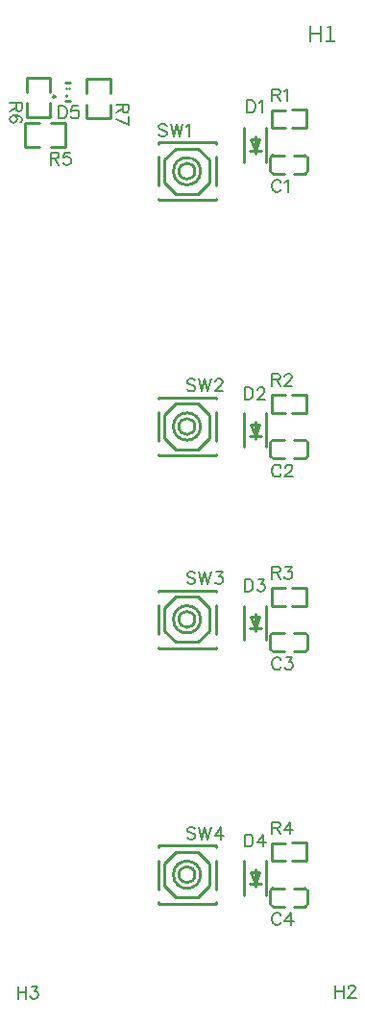
<source format=gto>
G04 Layer: TopSilkLayer*
G04 EasyEDA v6.3.41, 2020-05-07T17:32:53--4:00*
G04 d717aee7dc5049f39d0e7fcf31ef931a,7404d47bf86b4b15bb797b085195da26,10*
G04 Gerber Generator version 0.2*
G04 Scale: 100 percent, Rotated: No, Reflected: No *
G04 Dimensions in millimeters *
G04 leading zeros omitted , absolute positions ,3 integer and 3 decimal *
%FSLAX33Y33*%
%MOMM*%
G90*
G71D02*

%ADD10C,0.254000*%
%ADD22C,0.152400*%

%LPD*%
G54D10*
G01X3919Y83000D02*
G01X3919Y84250D01*
G01X1880Y83000D02*
G01X1880Y84250D01*
G01X3919Y82000D02*
G01X3919Y80750D01*
G01X1880Y82000D02*
G01X1880Y80750D01*
G01X3919Y84250D02*
G01X1880Y84250D01*
G01X3919Y80750D02*
G01X1880Y80750D01*
G01X5318Y83799D02*
G01X5681Y83799D01*
G01X5681Y82199D02*
G01X5318Y82199D01*
G01X5370Y83329D02*
G01X5370Y83329D01*
G01X5370Y83319D01*
G01X5370Y83319D01*
G01X5370Y83329D01*
G01X5630Y83339D02*
G01X5630Y83339D01*
G01X5630Y83329D01*
G01X5630Y83329D01*
G01X5630Y83339D01*
G01X5370Y82669D02*
G01X5370Y82669D01*
G01X5370Y82659D01*
G01X5370Y82659D01*
G01X5370Y82669D01*
G01X2999Y80220D02*
G01X1749Y80220D01*
G01X2999Y78180D02*
G01X1749Y78180D01*
G01X3999Y80220D02*
G01X5250Y80220D01*
G01X3999Y78180D02*
G01X5250Y78180D01*
G01X1749Y80220D02*
G01X1749Y78180D01*
G01X5250Y80220D02*
G01X5250Y78180D01*
G01X9219Y82900D02*
G01X9219Y84150D01*
G01X7180Y82900D02*
G01X7180Y84150D01*
G01X9219Y81900D02*
G01X9219Y80650D01*
G01X7180Y81900D02*
G01X7180Y80650D01*
G01X9219Y84150D02*
G01X7180Y84150D01*
G01X9219Y80650D02*
G01X7180Y80650D01*
G01X22000Y77792D02*
G01X21593Y78808D01*
G01X21593Y78808D02*
G01X22406Y78808D01*
G01X22406Y78808D02*
G01X22000Y77792D01*
G01X21000Y76800D02*
G01X21000Y79800D01*
G01X23000Y76800D02*
G01X23000Y79800D01*
G01X21492Y77792D02*
G01X22508Y77792D01*
G01X22000Y77538D02*
G01X22000Y79062D01*
G01X22000Y52692D02*
G01X21593Y53708D01*
G01X21593Y53708D02*
G01X22406Y53708D01*
G01X22406Y53708D02*
G01X22000Y52692D01*
G01X21000Y51700D02*
G01X21000Y54700D01*
G01X23000Y51700D02*
G01X23000Y54700D01*
G01X21492Y52692D02*
G01X22508Y52692D01*
G01X22000Y52438D02*
G01X22000Y53962D01*
G01X22000Y35692D02*
G01X21593Y36708D01*
G01X21593Y36708D02*
G01X22406Y36708D01*
G01X22406Y36708D02*
G01X22000Y35692D01*
G01X21000Y34700D02*
G01X21000Y37700D01*
G01X23000Y34700D02*
G01X23000Y37700D01*
G01X21492Y35692D02*
G01X22508Y35692D01*
G01X22000Y35438D02*
G01X22000Y36962D01*
G01X22000Y13191D02*
G01X21593Y14207D01*
G01X21593Y14207D02*
G01X22406Y14207D01*
G01X22406Y14207D02*
G01X22000Y13191D01*
G01X21000Y12200D02*
G01X21000Y15199D01*
G01X23000Y12200D02*
G01X23000Y15199D01*
G01X21492Y13191D02*
G01X22508Y13191D01*
G01X22000Y12937D02*
G01X22000Y14461D01*
G01X23349Y76000D02*
G01X23349Y77200D01*
G01X25399Y75800D02*
G01X26399Y75800D01*
G01X25399Y77400D02*
G01X26399Y77400D01*
G01X24599Y75800D02*
G01X23600Y75800D01*
G01X24599Y77400D02*
G01X23600Y77400D01*
G01X26650Y76000D02*
G01X26650Y77200D01*
G01X26450Y75800D02*
G01X26399Y75800D01*
G01X26449Y77400D02*
G01X26399Y77400D01*
G01X23549Y75800D02*
G01X23600Y75800D01*
G01X23550Y77400D02*
G01X23600Y77400D01*
G01X23349Y50900D02*
G01X23349Y52100D01*
G01X25399Y50700D02*
G01X26399Y50700D01*
G01X25399Y52300D02*
G01X26399Y52300D01*
G01X24599Y50700D02*
G01X23600Y50700D01*
G01X24599Y52300D02*
G01X23600Y52300D01*
G01X26650Y50900D02*
G01X26650Y52100D01*
G01X26450Y50700D02*
G01X26399Y50700D01*
G01X26449Y52300D02*
G01X26399Y52300D01*
G01X23549Y50700D02*
G01X23600Y50700D01*
G01X23550Y52300D02*
G01X23600Y52300D01*
G01X23349Y33900D02*
G01X23349Y35100D01*
G01X25399Y33700D02*
G01X26399Y33700D01*
G01X25399Y35300D02*
G01X26399Y35300D01*
G01X24599Y33700D02*
G01X23600Y33700D01*
G01X24599Y35300D02*
G01X23600Y35300D01*
G01X26650Y33900D02*
G01X26650Y35100D01*
G01X26450Y33700D02*
G01X26399Y33700D01*
G01X26449Y35300D02*
G01X26399Y35300D01*
G01X23549Y33700D02*
G01X23600Y33700D01*
G01X23550Y35300D02*
G01X23600Y35300D01*
G01X23349Y11400D02*
G01X23349Y12600D01*
G01X25399Y11200D02*
G01X26399Y11200D01*
G01X25399Y12800D02*
G01X26399Y12800D01*
G01X24599Y11200D02*
G01X23600Y11200D01*
G01X24599Y12800D02*
G01X23600Y12800D01*
G01X26650Y11400D02*
G01X26650Y12600D01*
G01X26450Y11200D02*
G01X26399Y11200D01*
G01X26449Y12800D02*
G01X26399Y12800D01*
G01X23549Y11200D02*
G01X23600Y11200D01*
G01X23550Y12800D02*
G01X23600Y12800D01*
G01X26549Y79800D02*
G01X26549Y81400D01*
G01X24699Y81394D02*
G01X23449Y81394D01*
G01X24699Y79794D02*
G01X23449Y79794D01*
G01X25299Y81400D02*
G01X26549Y81400D01*
G01X25299Y79800D02*
G01X26549Y79800D01*
G01X23449Y79794D02*
G01X23449Y81394D01*
G01X26549Y54700D02*
G01X26549Y56300D01*
G01X24699Y56294D02*
G01X23449Y56294D01*
G01X24699Y54694D02*
G01X23449Y54694D01*
G01X25299Y56300D02*
G01X26549Y56300D01*
G01X25299Y54700D02*
G01X26549Y54700D01*
G01X23449Y54694D02*
G01X23449Y56294D01*
G01X26549Y37700D02*
G01X26549Y39300D01*
G01X24699Y39294D02*
G01X23449Y39294D01*
G01X24699Y37694D02*
G01X23449Y37694D01*
G01X25299Y39300D02*
G01X26549Y39300D01*
G01X25299Y37700D02*
G01X26549Y37700D01*
G01X23449Y37694D02*
G01X23449Y39294D01*
G01X26549Y15200D02*
G01X26549Y16800D01*
G01X24699Y16794D02*
G01X23449Y16794D01*
G01X24699Y15194D02*
G01X23449Y15194D01*
G01X25299Y16800D02*
G01X26549Y16800D01*
G01X25299Y15200D02*
G01X26549Y15200D01*
G01X23449Y15194D02*
G01X23449Y16794D01*
G01X13450Y56050D02*
G01X18550Y56050D01*
G01X18549Y50950D02*
G01X13450Y50950D01*
G01X13450Y56050D02*
G01X13450Y55931D01*
G01X13450Y54768D02*
G01X13450Y52231D01*
G01X13450Y51068D02*
G01X13450Y50950D01*
G01X18550Y56050D02*
G01X18550Y55931D01*
G01X18550Y54768D02*
G01X18550Y52231D01*
G01X18550Y51068D02*
G01X18550Y50950D01*
G01X14999Y55500D02*
G01X16999Y55500D01*
G01X16999Y55500D01*
G01X17999Y54500D01*
G01X17999Y52500D01*
G01X16999Y51500D01*
G01X14999Y51500D01*
G01X13999Y52500D01*
G01X13999Y54500D01*
G01X13999Y54500D01*
G01X14999Y55500D01*
G01X13450Y39050D02*
G01X18550Y39050D01*
G01X18549Y33950D02*
G01X13450Y33950D01*
G01X13450Y39050D02*
G01X13450Y38931D01*
G01X13450Y37768D02*
G01X13450Y35231D01*
G01X13450Y34068D02*
G01X13450Y33950D01*
G01X18550Y39050D02*
G01X18550Y38931D01*
G01X18550Y37768D02*
G01X18550Y35231D01*
G01X18550Y34068D02*
G01X18550Y33950D01*
G01X14999Y38500D02*
G01X16999Y38500D01*
G01X16999Y38500D01*
G01X17999Y37500D01*
G01X17999Y35500D01*
G01X16999Y34500D01*
G01X14999Y34500D01*
G01X13999Y35500D01*
G01X13999Y37500D01*
G01X13999Y37500D01*
G01X14999Y38500D01*
G01X13450Y16550D02*
G01X18550Y16550D01*
G01X18549Y11450D02*
G01X13450Y11450D01*
G01X13450Y16550D02*
G01X13450Y16431D01*
G01X13450Y15268D02*
G01X13450Y12731D01*
G01X13450Y11568D02*
G01X13450Y11450D01*
G01X18550Y16550D02*
G01X18550Y16431D01*
G01X18550Y15268D02*
G01X18550Y12731D01*
G01X18550Y11568D02*
G01X18550Y11450D01*
G01X14999Y16000D02*
G01X16999Y16000D01*
G01X16999Y16000D01*
G01X17999Y15000D01*
G01X17999Y13000D01*
G01X16999Y12000D01*
G01X14999Y12000D01*
G01X13999Y13000D01*
G01X13999Y15000D01*
G01X13999Y15000D01*
G01X14999Y16000D01*
G01X18549Y73450D02*
G01X13449Y73450D01*
G01X13450Y78550D02*
G01X18549Y78550D01*
G01X18549Y73450D02*
G01X18549Y73568D01*
G01X18549Y74731D02*
G01X18549Y77268D01*
G01X18549Y78431D02*
G01X18549Y78550D01*
G01X13449Y73450D02*
G01X13449Y73568D01*
G01X13449Y74731D02*
G01X13449Y77268D01*
G01X13449Y78431D02*
G01X13449Y78550D01*
G01X16999Y74000D02*
G01X14999Y74000D01*
G01X14999Y74000D01*
G01X13999Y75000D01*
G01X13999Y77000D01*
G01X14999Y78000D01*
G01X16999Y78000D01*
G01X17999Y77000D01*
G01X17999Y75000D01*
G01X17999Y75000D01*
G01X16999Y74000D01*
G54D22*
G01X29099Y4254D02*
G01X29099Y3162D01*
G01X29828Y4254D02*
G01X29828Y3162D01*
G01X29099Y3733D02*
G01X29828Y3733D01*
G01X30222Y3992D02*
G01X30222Y4046D01*
G01X30272Y4150D01*
G01X30326Y4200D01*
G01X30430Y4254D01*
G01X30638Y4254D01*
G01X30742Y4200D01*
G01X30793Y4150D01*
G01X30844Y4046D01*
G01X30844Y3941D01*
G01X30793Y3837D01*
G01X30689Y3682D01*
G01X30171Y3162D01*
G01X30897Y3162D01*

%LPD*%
G36*
G01X28736Y88846D02*
G01X28609Y88846D01*
G01X28548Y88812D01*
G01X28478Y88785D01*
G01X28399Y88762D01*
G01X28309Y88744D01*
G01X28309Y88635D01*
G01X28571Y88635D01*
G01X28571Y87495D01*
G01X28238Y87495D01*
G01X28238Y87358D01*
G01X29038Y87358D01*
G01X29038Y87495D01*
G01X28736Y87495D01*
G01X28736Y88846D01*
G37*

%LPD*%
G36*
G01X26965Y88846D02*
G01X26798Y88846D01*
G01X26798Y87358D01*
G01X26965Y87358D01*
G01X26965Y88069D01*
G01X27682Y88069D01*
G01X27682Y87358D01*
G01X27852Y87358D01*
G01X27852Y88846D01*
G01X27682Y88846D01*
G01X27682Y88216D01*
G01X26965Y88216D01*
G01X26965Y88846D01*
G37*

%LPD*%
G01X1101Y4152D02*
G01X1101Y3063D01*
G01X1827Y4152D02*
G01X1827Y3063D01*
G01X1101Y3634D02*
G01X1827Y3634D01*
G01X2274Y4152D02*
G01X2846Y4152D01*
G01X2533Y3738D01*
G01X2691Y3738D01*
G01X2792Y3685D01*
G01X2846Y3634D01*
G01X2896Y3477D01*
G01X2896Y3372D01*
G01X2846Y3218D01*
G01X2741Y3113D01*
G01X2586Y3063D01*
G01X2429Y3063D01*
G01X2274Y3113D01*
G01X2221Y3167D01*
G01X2170Y3271D01*
G01X1453Y82000D02*
G01X363Y82000D01*
G01X1453Y82000D02*
G01X1453Y81532D01*
G01X1402Y81377D01*
G01X1349Y81324D01*
G01X1244Y81273D01*
G01X1140Y81273D01*
G01X1036Y81324D01*
G01X985Y81377D01*
G01X934Y81532D01*
G01X934Y82000D01*
G01X934Y81636D02*
G01X363Y81273D01*
G01X1298Y80305D02*
G01X1402Y80359D01*
G01X1453Y80514D01*
G01X1453Y80618D01*
G01X1402Y80773D01*
G01X1244Y80877D01*
G01X985Y80930D01*
G01X726Y80930D01*
G01X518Y80877D01*
G01X414Y80773D01*
G01X363Y80618D01*
G01X363Y80564D01*
G01X414Y80409D01*
G01X518Y80305D01*
G01X673Y80255D01*
G01X726Y80255D01*
G01X881Y80305D01*
G01X985Y80409D01*
G01X1036Y80564D01*
G01X1036Y80618D01*
G01X985Y80773D01*
G01X881Y80877D01*
G01X726Y80930D01*
G01X4700Y81752D02*
G01X4700Y80662D01*
G01X4700Y81752D02*
G01X5063Y81752D01*
G01X5218Y81701D01*
G01X5322Y81597D01*
G01X5375Y81493D01*
G01X5426Y81338D01*
G01X5426Y81079D01*
G01X5375Y80921D01*
G01X5322Y80817D01*
G01X5218Y80713D01*
G01X5063Y80662D01*
G01X4700Y80662D01*
G01X6394Y81752D02*
G01X5873Y81752D01*
G01X5822Y81284D01*
G01X5873Y81338D01*
G01X6031Y81389D01*
G01X6186Y81389D01*
G01X6341Y81338D01*
G01X6445Y81234D01*
G01X6498Y81079D01*
G01X6498Y80975D01*
G01X6445Y80817D01*
G01X6341Y80713D01*
G01X6186Y80662D01*
G01X6031Y80662D01*
G01X5873Y80713D01*
G01X5822Y80766D01*
G01X5769Y80870D01*
G01X4000Y77652D02*
G01X4000Y76562D01*
G01X4000Y77652D02*
G01X4467Y77652D01*
G01X4622Y77601D01*
G01X4675Y77548D01*
G01X4726Y77446D01*
G01X4726Y77342D01*
G01X4675Y77238D01*
G01X4622Y77185D01*
G01X4467Y77134D01*
G01X4000Y77134D01*
G01X4363Y77134D02*
G01X4726Y76562D01*
G01X5694Y77652D02*
G01X5173Y77652D01*
G01X5122Y77185D01*
G01X5173Y77238D01*
G01X5331Y77289D01*
G01X5486Y77289D01*
G01X5641Y77238D01*
G01X5745Y77134D01*
G01X5798Y76976D01*
G01X5798Y76875D01*
G01X5745Y76717D01*
G01X5641Y76613D01*
G01X5486Y76562D01*
G01X5331Y76562D01*
G01X5173Y76613D01*
G01X5122Y76666D01*
G01X5069Y76771D01*
G01X10853Y81900D02*
G01X9761Y81900D01*
G01X10853Y81900D02*
G01X10853Y81432D01*
G01X10800Y81275D01*
G01X10749Y81224D01*
G01X10645Y81173D01*
G01X10541Y81173D01*
G01X10437Y81224D01*
G01X10386Y81275D01*
G01X10332Y81432D01*
G01X10332Y81900D01*
G01X10332Y81537D02*
G01X9761Y81173D01*
G01X10853Y80101D02*
G01X9761Y80622D01*
G01X10853Y80830D02*
G01X10853Y80101D01*
G01X21300Y82253D02*
G01X21300Y81163D01*
G01X21300Y82253D02*
G01X21663Y82253D01*
G01X21820Y82202D01*
G01X21922Y82098D01*
G01X21975Y81994D01*
G01X22026Y81836D01*
G01X22026Y81577D01*
G01X21975Y81422D01*
G01X21922Y81318D01*
G01X21820Y81214D01*
G01X21663Y81163D01*
G01X21300Y81163D01*
G01X22369Y82044D02*
G01X22473Y82098D01*
G01X22630Y82253D01*
G01X22630Y81163D01*
G01X21100Y56953D02*
G01X21100Y55863D01*
G01X21100Y56953D02*
G01X21463Y56953D01*
G01X21620Y56902D01*
G01X21722Y56798D01*
G01X21775Y56694D01*
G01X21826Y56536D01*
G01X21826Y56277D01*
G01X21775Y56122D01*
G01X21722Y56018D01*
G01X21620Y55914D01*
G01X21463Y55863D01*
G01X21100Y55863D01*
G01X22222Y56694D02*
G01X22222Y56744D01*
G01X22273Y56849D01*
G01X22326Y56902D01*
G01X22430Y56953D01*
G01X22636Y56953D01*
G01X22740Y56902D01*
G01X22794Y56849D01*
G01X22844Y56744D01*
G01X22844Y56640D01*
G01X22794Y56536D01*
G01X22690Y56381D01*
G01X22169Y55863D01*
G01X22898Y55863D01*
G01X21100Y40053D02*
G01X21100Y38963D01*
G01X21100Y40053D02*
G01X21463Y40053D01*
G01X21620Y40002D01*
G01X21722Y39898D01*
G01X21775Y39794D01*
G01X21826Y39636D01*
G01X21826Y39377D01*
G01X21775Y39222D01*
G01X21722Y39118D01*
G01X21620Y39014D01*
G01X21463Y38963D01*
G01X21100Y38963D01*
G01X22273Y40053D02*
G01X22844Y40053D01*
G01X22535Y39636D01*
G01X22690Y39636D01*
G01X22794Y39585D01*
G01X22844Y39535D01*
G01X22898Y39377D01*
G01X22898Y39273D01*
G01X22844Y39118D01*
G01X22740Y39014D01*
G01X22585Y38963D01*
G01X22430Y38963D01*
G01X22273Y39014D01*
G01X22222Y39065D01*
G01X22169Y39169D01*
G01X21100Y17553D02*
G01X21100Y16463D01*
G01X21100Y17553D02*
G01X21463Y17553D01*
G01X21620Y17502D01*
G01X21722Y17398D01*
G01X21775Y17294D01*
G01X21826Y17136D01*
G01X21826Y16877D01*
G01X21775Y16722D01*
G01X21722Y16618D01*
G01X21620Y16514D01*
G01X21463Y16463D01*
G01X21100Y16463D01*
G01X22690Y17553D02*
G01X22169Y16826D01*
G01X22949Y16826D01*
G01X22690Y17553D02*
G01X22690Y16463D01*
G01X24279Y74994D02*
G01X24226Y75098D01*
G01X24122Y75202D01*
G01X24020Y75253D01*
G01X23812Y75253D01*
G01X23708Y75202D01*
G01X23604Y75098D01*
G01X23550Y74994D01*
G01X23500Y74836D01*
G01X23500Y74577D01*
G01X23550Y74422D01*
G01X23604Y74318D01*
G01X23708Y74214D01*
G01X23812Y74163D01*
G01X24020Y74163D01*
G01X24122Y74214D01*
G01X24226Y74318D01*
G01X24279Y74422D01*
G01X24622Y75044D02*
G01X24726Y75098D01*
G01X24881Y75253D01*
G01X24881Y74163D01*
G01X24279Y49894D02*
G01X24226Y49998D01*
G01X24122Y50102D01*
G01X24020Y50153D01*
G01X23812Y50153D01*
G01X23708Y50102D01*
G01X23604Y49998D01*
G01X23550Y49894D01*
G01X23500Y49736D01*
G01X23500Y49477D01*
G01X23550Y49322D01*
G01X23604Y49218D01*
G01X23708Y49114D01*
G01X23812Y49063D01*
G01X24020Y49063D01*
G01X24122Y49114D01*
G01X24226Y49218D01*
G01X24279Y49322D01*
G01X24673Y49894D02*
G01X24673Y49944D01*
G01X24726Y50049D01*
G01X24777Y50102D01*
G01X24881Y50153D01*
G01X25090Y50153D01*
G01X25194Y50102D01*
G01X25244Y50049D01*
G01X25298Y49944D01*
G01X25298Y49840D01*
G01X25244Y49736D01*
G01X25140Y49581D01*
G01X24622Y49063D01*
G01X25349Y49063D01*
G01X24279Y32894D02*
G01X24226Y32998D01*
G01X24122Y33102D01*
G01X24020Y33153D01*
G01X23812Y33153D01*
G01X23708Y33102D01*
G01X23604Y32998D01*
G01X23550Y32894D01*
G01X23500Y32736D01*
G01X23500Y32477D01*
G01X23550Y32322D01*
G01X23604Y32218D01*
G01X23708Y32114D01*
G01X23812Y32063D01*
G01X24020Y32063D01*
G01X24122Y32114D01*
G01X24226Y32218D01*
G01X24279Y32322D01*
G01X24726Y33153D02*
G01X25298Y33153D01*
G01X24985Y32736D01*
G01X25140Y32736D01*
G01X25244Y32685D01*
G01X25298Y32635D01*
G01X25349Y32477D01*
G01X25349Y32373D01*
G01X25298Y32218D01*
G01X25194Y32114D01*
G01X25036Y32063D01*
G01X24881Y32063D01*
G01X24726Y32114D01*
G01X24673Y32165D01*
G01X24622Y32269D01*
G01X24279Y10394D02*
G01X24226Y10498D01*
G01X24122Y10602D01*
G01X24020Y10653D01*
G01X23812Y10653D01*
G01X23708Y10602D01*
G01X23604Y10498D01*
G01X23550Y10394D01*
G01X23500Y10236D01*
G01X23500Y9977D01*
G01X23550Y9822D01*
G01X23604Y9718D01*
G01X23708Y9614D01*
G01X23812Y9563D01*
G01X24020Y9563D01*
G01X24122Y9614D01*
G01X24226Y9718D01*
G01X24279Y9822D01*
G01X25140Y10653D02*
G01X24622Y9926D01*
G01X25402Y9926D01*
G01X25140Y10653D02*
G01X25140Y9563D01*
G01X23500Y83253D02*
G01X23500Y82163D01*
G01X23500Y83253D02*
G01X23967Y83253D01*
G01X24122Y83202D01*
G01X24175Y83149D01*
G01X24226Y83044D01*
G01X24226Y82940D01*
G01X24175Y82836D01*
G01X24122Y82785D01*
G01X23967Y82735D01*
G01X23500Y82735D01*
G01X23863Y82735D02*
G01X24226Y82163D01*
G01X24569Y83044D02*
G01X24673Y83098D01*
G01X24830Y83253D01*
G01X24830Y82163D01*
G01X23500Y58153D02*
G01X23500Y57063D01*
G01X23500Y58153D02*
G01X23967Y58153D01*
G01X24122Y58102D01*
G01X24175Y58049D01*
G01X24226Y57944D01*
G01X24226Y57840D01*
G01X24175Y57736D01*
G01X24122Y57685D01*
G01X23967Y57635D01*
G01X23500Y57635D01*
G01X23863Y57635D02*
G01X24226Y57063D01*
G01X24622Y57894D02*
G01X24622Y57944D01*
G01X24673Y58049D01*
G01X24726Y58102D01*
G01X24830Y58153D01*
G01X25036Y58153D01*
G01X25140Y58102D01*
G01X25194Y58049D01*
G01X25244Y57944D01*
G01X25244Y57840D01*
G01X25194Y57736D01*
G01X25090Y57581D01*
G01X24569Y57063D01*
G01X25298Y57063D01*
G01X23500Y41153D02*
G01X23500Y40063D01*
G01X23500Y41153D02*
G01X23967Y41153D01*
G01X24122Y41102D01*
G01X24175Y41049D01*
G01X24226Y40944D01*
G01X24226Y40840D01*
G01X24175Y40736D01*
G01X24122Y40685D01*
G01X23967Y40635D01*
G01X23500Y40635D01*
G01X23863Y40635D02*
G01X24226Y40063D01*
G01X24673Y41153D02*
G01X25244Y41153D01*
G01X24935Y40736D01*
G01X25090Y40736D01*
G01X25194Y40685D01*
G01X25244Y40635D01*
G01X25298Y40477D01*
G01X25298Y40373D01*
G01X25244Y40218D01*
G01X25140Y40114D01*
G01X24985Y40063D01*
G01X24830Y40063D01*
G01X24673Y40114D01*
G01X24622Y40165D01*
G01X24569Y40269D01*
G01X23500Y18653D02*
G01X23500Y17563D01*
G01X23500Y18653D02*
G01X23967Y18653D01*
G01X24122Y18602D01*
G01X24175Y18549D01*
G01X24226Y18444D01*
G01X24226Y18340D01*
G01X24175Y18236D01*
G01X24122Y18185D01*
G01X23967Y18135D01*
G01X23500Y18135D01*
G01X23863Y18135D02*
G01X24226Y17563D01*
G01X25090Y18653D02*
G01X24569Y17926D01*
G01X25349Y17926D01*
G01X25090Y18653D02*
G01X25090Y17563D01*
G01X16726Y57546D02*
G01X16622Y57650D01*
G01X16467Y57701D01*
G01X16259Y57701D01*
G01X16104Y57650D01*
G01X15999Y57546D01*
G01X15999Y57442D01*
G01X16050Y57338D01*
G01X16104Y57284D01*
G01X16208Y57233D01*
G01X16520Y57129D01*
G01X16622Y57079D01*
G01X16675Y57025D01*
G01X16726Y56921D01*
G01X16726Y56766D01*
G01X16622Y56662D01*
G01X16467Y56611D01*
G01X16259Y56611D01*
G01X16104Y56662D01*
G01X15999Y56766D01*
G01X17069Y57701D02*
G01X17330Y56611D01*
G01X17590Y57701D02*
G01X17330Y56611D01*
G01X17590Y57701D02*
G01X17849Y56611D01*
G01X18108Y57701D02*
G01X17849Y56611D01*
G01X18504Y57442D02*
G01X18504Y57493D01*
G01X18555Y57597D01*
G01X18608Y57650D01*
G01X18712Y57701D01*
G01X18920Y57701D01*
G01X19022Y57650D01*
G01X19075Y57597D01*
G01X19126Y57493D01*
G01X19126Y57388D01*
G01X19075Y57284D01*
G01X18971Y57129D01*
G01X18451Y56611D01*
G01X19180Y56611D01*
G01X16726Y40546D02*
G01X16622Y40650D01*
G01X16467Y40701D01*
G01X16259Y40701D01*
G01X16104Y40650D01*
G01X15999Y40546D01*
G01X15999Y40442D01*
G01X16050Y40338D01*
G01X16104Y40284D01*
G01X16208Y40233D01*
G01X16520Y40129D01*
G01X16622Y40079D01*
G01X16675Y40025D01*
G01X16726Y39921D01*
G01X16726Y39766D01*
G01X16622Y39662D01*
G01X16467Y39611D01*
G01X16259Y39611D01*
G01X16104Y39662D01*
G01X15999Y39766D01*
G01X17069Y40701D02*
G01X17330Y39611D01*
G01X17590Y40701D02*
G01X17330Y39611D01*
G01X17590Y40701D02*
G01X17849Y39611D01*
G01X18108Y40701D02*
G01X17849Y39611D01*
G01X18555Y40701D02*
G01X19126Y40701D01*
G01X18816Y40284D01*
G01X18971Y40284D01*
G01X19075Y40233D01*
G01X19126Y40183D01*
G01X19180Y40025D01*
G01X19180Y39921D01*
G01X19126Y39766D01*
G01X19022Y39662D01*
G01X18867Y39611D01*
G01X18712Y39611D01*
G01X18555Y39662D01*
G01X18504Y39713D01*
G01X18451Y39817D01*
G01X16726Y18046D02*
G01X16622Y18150D01*
G01X16467Y18201D01*
G01X16259Y18201D01*
G01X16104Y18150D01*
G01X15999Y18046D01*
G01X15999Y17942D01*
G01X16050Y17838D01*
G01X16104Y17784D01*
G01X16208Y17733D01*
G01X16520Y17629D01*
G01X16622Y17579D01*
G01X16675Y17525D01*
G01X16726Y17421D01*
G01X16726Y17266D01*
G01X16622Y17162D01*
G01X16467Y17111D01*
G01X16259Y17111D01*
G01X16104Y17162D01*
G01X15999Y17266D01*
G01X17069Y18201D02*
G01X17330Y17111D01*
G01X17590Y18201D02*
G01X17330Y17111D01*
G01X17590Y18201D02*
G01X17849Y17111D01*
G01X18108Y18201D02*
G01X17849Y17111D01*
G01X18971Y18201D02*
G01X18451Y17474D01*
G01X19230Y17474D01*
G01X18971Y18201D02*
G01X18971Y17111D01*
G01X14226Y79998D02*
G01X14122Y80102D01*
G01X13967Y80153D01*
G01X13759Y80153D01*
G01X13604Y80102D01*
G01X13499Y79998D01*
G01X13499Y79894D01*
G01X13550Y79789D01*
G01X13604Y79736D01*
G01X13708Y79685D01*
G01X14020Y79581D01*
G01X14122Y79530D01*
G01X14175Y79477D01*
G01X14226Y79373D01*
G01X14226Y79218D01*
G01X14122Y79114D01*
G01X13967Y79063D01*
G01X13759Y79063D01*
G01X13604Y79114D01*
G01X13499Y79218D01*
G01X14569Y80153D02*
G01X14830Y79063D01*
G01X15090Y80153D02*
G01X14830Y79063D01*
G01X15090Y80153D02*
G01X15349Y79063D01*
G01X15608Y80153D02*
G01X15349Y79063D01*
G01X15951Y79944D02*
G01X16055Y79998D01*
G01X16212Y80153D01*
G01X16212Y79063D01*
G54D10*
G75*
G01X26650Y76000D02*
G02X26450Y75800I-200J0D01*
G01*
G75*
G01X26650Y77200D02*
G03X26450Y77400I-200J0D01*
G01*
G75*
G01X23350Y76000D02*
G03X23550Y75800I200J0D01*
G01*
G75*
G01X23350Y77200D02*
G02X23550Y77400I200J0D01*
G01*
G75*
G01X26650Y50900D02*
G02X26450Y50700I-200J0D01*
G01*
G75*
G01X26650Y52100D02*
G03X26450Y52300I-200J0D01*
G01*
G75*
G01X23350Y50900D02*
G03X23550Y50700I200J0D01*
G01*
G75*
G01X23350Y52100D02*
G02X23550Y52300I200J0D01*
G01*
G75*
G01X26650Y33900D02*
G02X26450Y33700I-200J0D01*
G01*
G75*
G01X26650Y35100D02*
G03X26450Y35300I-200J0D01*
G01*
G75*
G01X23350Y33900D02*
G03X23550Y33700I200J0D01*
G01*
G75*
G01X23350Y35100D02*
G02X23550Y35300I200J0D01*
G01*
G75*
G01X26650Y11400D02*
G02X26450Y11200I-200J0D01*
G01*
G75*
G01X26650Y12600D02*
G03X26450Y12800I-200J0D01*
G01*
G75*
G01X23350Y11400D02*
G03X23550Y11200I200J0D01*
G01*
G75*
G01X23350Y12600D02*
G02X23550Y12800I200J0D01*
G01*
G75*
G01X4392Y82569D02*
G03X4392Y82569I-112J0D01*
G01*
G75*
G01X17200Y53500D02*
G03X17200Y53500I-1200J0D01*
G01*
G75*
G01X16707Y53500D02*
G03X16707Y53500I-707J0D01*
G01*
G75*
G01X17200Y36500D02*
G03X17200Y36500I-1200J0D01*
G01*
G75*
G01X16707Y36500D02*
G03X16707Y36500I-707J0D01*
G01*
G75*
G01X17200Y14000D02*
G03X17200Y14000I-1200J0D01*
G01*
G75*
G01X16707Y14000D02*
G03X16707Y14000I-707J0D01*
G01*
G75*
G01X17200Y76000D02*
G03X17200Y76000I-1200J0D01*
G01*
G75*
G01X16707Y76000D02*
G03X16707Y76000I-707J0D01*
G01*
M00*
M02*

</source>
